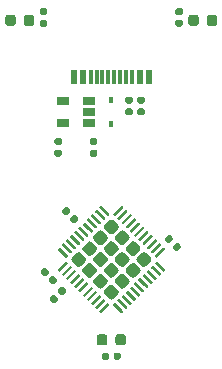
<source format=gbr>
%TF.GenerationSoftware,KiCad,Pcbnew,5.1.6-c6e7f7d~87~ubuntu18.04.1*%
%TF.CreationDate,2020-08-19T11:44:15-04:00*%
%TF.ProjectId,atmegaXu4_breakout,61746d65-6761-4587-9534-5f627265616b,rev?*%
%TF.SameCoordinates,Original*%
%TF.FileFunction,Paste,Top*%
%TF.FilePolarity,Positive*%
%FSLAX46Y46*%
G04 Gerber Fmt 4.6, Leading zero omitted, Abs format (unit mm)*
G04 Created by KiCad (PCBNEW 5.1.6-c6e7f7d~87~ubuntu18.04.1) date 2020-08-19 11:44:15*
%MOMM*%
%LPD*%
G01*
G04 APERTURE LIST*
%ADD10R,1.060000X0.650000*%
%ADD11R,0.450000X0.600000*%
%ADD12R,0.300000X1.160000*%
%ADD13R,0.600000X1.160000*%
G04 APERTURE END LIST*
%TO.C,R6*%
G36*
G01*
X-5312375Y-19143674D02*
X-5556327Y-19387625D01*
G75*
G02*
X-5764923Y-19387625I-104298J104298D01*
G01*
X-5973519Y-19179029D01*
G75*
G02*
X-5973519Y-18970433I104298J104298D01*
G01*
X-5729567Y-18726481D01*
G75*
G02*
X-5520971Y-18726481I104298J-104298D01*
G01*
X-5312375Y-18935077D01*
G75*
G02*
X-5312375Y-19143673I-104298J-104298D01*
G01*
G37*
G36*
G01*
X-4626481Y-19829568D02*
X-4870433Y-20073519D01*
G75*
G02*
X-5079029Y-20073519I-104298J104298D01*
G01*
X-5287625Y-19864923D01*
G75*
G02*
X-5287625Y-19656327I104298J104298D01*
G01*
X-5043673Y-19412375D01*
G75*
G02*
X-4835077Y-19412375I104298J-104298D01*
G01*
X-4626481Y-19620971D01*
G75*
G02*
X-4626481Y-19829567I-104298J-104298D01*
G01*
G37*
%TD*%
%TO.C,C5*%
G36*
G01*
X-4243674Y-20987625D02*
X-4487625Y-20743673D01*
G75*
G02*
X-4487625Y-20535077I104298J104298D01*
G01*
X-4279029Y-20326481D01*
G75*
G02*
X-4070433Y-20326481I104298J-104298D01*
G01*
X-3826481Y-20570433D01*
G75*
G02*
X-3826481Y-20779029I-104298J-104298D01*
G01*
X-4035077Y-20987625D01*
G75*
G02*
X-4243673Y-20987625I-104298J104298D01*
G01*
G37*
G36*
G01*
X-4929568Y-21673519D02*
X-5173519Y-21429567D01*
G75*
G02*
X-5173519Y-21220971I104298J104298D01*
G01*
X-4964923Y-21012375D01*
G75*
G02*
X-4756327Y-21012375I104298J-104298D01*
G01*
X-4512375Y-21256327D01*
G75*
G02*
X-4512375Y-21464923I-104298J-104298D01*
G01*
X-4720971Y-21673519D01*
G75*
G02*
X-4929567Y-21673519I-104298J104298D01*
G01*
G37*
%TD*%
%TO.C,C4*%
G36*
G01*
X5212375Y-16856326D02*
X5456327Y-16612375D01*
G75*
G02*
X5664923Y-16612375I104298J-104298D01*
G01*
X5873519Y-16820971D01*
G75*
G02*
X5873519Y-17029567I-104298J-104298D01*
G01*
X5629567Y-17273519D01*
G75*
G02*
X5420971Y-17273519I-104298J104298D01*
G01*
X5212375Y-17064923D01*
G75*
G02*
X5212375Y-16856327I104298J104298D01*
G01*
G37*
G36*
G01*
X4526481Y-16170432D02*
X4770433Y-15926481D01*
G75*
G02*
X4979029Y-15926481I104298J-104298D01*
G01*
X5187625Y-16135077D01*
G75*
G02*
X5187625Y-16343673I-104298J-104298D01*
G01*
X4943673Y-16587625D01*
G75*
G02*
X4735077Y-16587625I-104298J104298D01*
G01*
X4526481Y-16379029D01*
G75*
G02*
X4526481Y-16170433I104298J104298D01*
G01*
G37*
%TD*%
%TO.C,U1*%
G36*
G01*
X-1016466Y-13536388D02*
X-928078Y-13448000D01*
G75*
G02*
X-839690Y-13448000I44194J-44194D01*
G01*
X-167938Y-14119752D01*
G75*
G02*
X-167938Y-14208140I-44194J-44194D01*
G01*
X-256326Y-14296528D01*
G75*
G02*
X-344714Y-14296528I-44194J44194D01*
G01*
X-1016466Y-13624776D01*
G75*
G02*
X-1016466Y-13536388I44194J44194D01*
G01*
G37*
G36*
G01*
X-1370019Y-13889942D02*
X-1281631Y-13801554D01*
G75*
G02*
X-1193243Y-13801554I44194J-44194D01*
G01*
X-521491Y-14473306D01*
G75*
G02*
X-521491Y-14561694I-44194J-44194D01*
G01*
X-609879Y-14650082D01*
G75*
G02*
X-698267Y-14650082I-44194J44194D01*
G01*
X-1370019Y-13978330D01*
G75*
G02*
X-1370019Y-13889942I44194J44194D01*
G01*
G37*
G36*
G01*
X-1723573Y-14243495D02*
X-1635185Y-14155107D01*
G75*
G02*
X-1546797Y-14155107I44194J-44194D01*
G01*
X-875045Y-14826859D01*
G75*
G02*
X-875045Y-14915247I-44194J-44194D01*
G01*
X-963433Y-15003635D01*
G75*
G02*
X-1051821Y-15003635I-44194J44194D01*
G01*
X-1723573Y-14331883D01*
G75*
G02*
X-1723573Y-14243495I44194J44194D01*
G01*
G37*
G36*
G01*
X-2077126Y-14597048D02*
X-1988738Y-14508660D01*
G75*
G02*
X-1900350Y-14508660I44194J-44194D01*
G01*
X-1228598Y-15180412D01*
G75*
G02*
X-1228598Y-15268800I-44194J-44194D01*
G01*
X-1316986Y-15357188D01*
G75*
G02*
X-1405374Y-15357188I-44194J44194D01*
G01*
X-2077126Y-14685436D01*
G75*
G02*
X-2077126Y-14597048I44194J44194D01*
G01*
G37*
G36*
G01*
X-2430679Y-14950602D02*
X-2342291Y-14862214D01*
G75*
G02*
X-2253903Y-14862214I44194J-44194D01*
G01*
X-1582151Y-15533966D01*
G75*
G02*
X-1582151Y-15622354I-44194J-44194D01*
G01*
X-1670539Y-15710742D01*
G75*
G02*
X-1758927Y-15710742I-44194J44194D01*
G01*
X-2430679Y-15038990D01*
G75*
G02*
X-2430679Y-14950602I44194J44194D01*
G01*
G37*
G36*
G01*
X-2784233Y-15304155D02*
X-2695845Y-15215767D01*
G75*
G02*
X-2607457Y-15215767I44194J-44194D01*
G01*
X-1935705Y-15887519D01*
G75*
G02*
X-1935705Y-15975907I-44194J-44194D01*
G01*
X-2024093Y-16064295D01*
G75*
G02*
X-2112481Y-16064295I-44194J44194D01*
G01*
X-2784233Y-15392543D01*
G75*
G02*
X-2784233Y-15304155I44194J44194D01*
G01*
G37*
G36*
G01*
X-3137786Y-15657709D02*
X-3049398Y-15569321D01*
G75*
G02*
X-2961010Y-15569321I44194J-44194D01*
G01*
X-2289258Y-16241073D01*
G75*
G02*
X-2289258Y-16329461I-44194J-44194D01*
G01*
X-2377646Y-16417849D01*
G75*
G02*
X-2466034Y-16417849I-44194J44194D01*
G01*
X-3137786Y-15746097D01*
G75*
G02*
X-3137786Y-15657709I44194J44194D01*
G01*
G37*
G36*
G01*
X-3491340Y-16011262D02*
X-3402952Y-15922874D01*
G75*
G02*
X-3314564Y-15922874I44194J-44194D01*
G01*
X-2642812Y-16594626D01*
G75*
G02*
X-2642812Y-16683014I-44194J-44194D01*
G01*
X-2731200Y-16771402D01*
G75*
G02*
X-2819588Y-16771402I-44194J44194D01*
G01*
X-3491340Y-16099650D01*
G75*
G02*
X-3491340Y-16011262I44194J44194D01*
G01*
G37*
G36*
G01*
X-3844893Y-16364815D02*
X-3756505Y-16276427D01*
G75*
G02*
X-3668117Y-16276427I44194J-44194D01*
G01*
X-2996365Y-16948179D01*
G75*
G02*
X-2996365Y-17036567I-44194J-44194D01*
G01*
X-3084753Y-17124955D01*
G75*
G02*
X-3173141Y-17124955I-44194J44194D01*
G01*
X-3844893Y-16453203D01*
G75*
G02*
X-3844893Y-16364815I44194J44194D01*
G01*
G37*
G36*
G01*
X-4198446Y-16718369D02*
X-4110058Y-16629981D01*
G75*
G02*
X-4021670Y-16629981I44194J-44194D01*
G01*
X-3349918Y-17301733D01*
G75*
G02*
X-3349918Y-17390121I-44194J-44194D01*
G01*
X-3438306Y-17478509D01*
G75*
G02*
X-3526694Y-17478509I-44194J44194D01*
G01*
X-4198446Y-16806757D01*
G75*
G02*
X-4198446Y-16718369I44194J44194D01*
G01*
G37*
G36*
G01*
X-4552000Y-17071922D02*
X-4463612Y-16983534D01*
G75*
G02*
X-4375224Y-16983534I44194J-44194D01*
G01*
X-3703472Y-17655286D01*
G75*
G02*
X-3703472Y-17743674I-44194J-44194D01*
G01*
X-3791860Y-17832062D01*
G75*
G02*
X-3880248Y-17832062I-44194J44194D01*
G01*
X-4552000Y-17160310D01*
G75*
G02*
X-4552000Y-17071922I44194J44194D01*
G01*
G37*
G36*
G01*
X-4552000Y-18839689D02*
X-3880248Y-18167938D01*
G75*
G02*
X-3791860Y-18167938I44194J-44194D01*
G01*
X-3703472Y-18256326D01*
G75*
G02*
X-3703472Y-18344714I-44194J-44194D01*
G01*
X-4375224Y-19016466D01*
G75*
G02*
X-4463612Y-19016466I-44194J44194D01*
G01*
X-4552000Y-18928078D01*
G75*
G02*
X-4552000Y-18839690I44194J44194D01*
G01*
G37*
G36*
G01*
X-4198446Y-19193242D02*
X-3526694Y-18521491D01*
G75*
G02*
X-3438306Y-18521491I44194J-44194D01*
G01*
X-3349918Y-18609879D01*
G75*
G02*
X-3349918Y-18698267I-44194J-44194D01*
G01*
X-4021670Y-19370019D01*
G75*
G02*
X-4110058Y-19370019I-44194J44194D01*
G01*
X-4198446Y-19281631D01*
G75*
G02*
X-4198446Y-19193243I44194J44194D01*
G01*
G37*
G36*
G01*
X-3844893Y-19546796D02*
X-3173141Y-18875045D01*
G75*
G02*
X-3084753Y-18875045I44194J-44194D01*
G01*
X-2996365Y-18963433D01*
G75*
G02*
X-2996365Y-19051821I-44194J-44194D01*
G01*
X-3668117Y-19723573D01*
G75*
G02*
X-3756505Y-19723573I-44194J44194D01*
G01*
X-3844893Y-19635185D01*
G75*
G02*
X-3844893Y-19546797I44194J44194D01*
G01*
G37*
G36*
G01*
X-3491340Y-19900349D02*
X-2819588Y-19228598D01*
G75*
G02*
X-2731200Y-19228598I44194J-44194D01*
G01*
X-2642812Y-19316986D01*
G75*
G02*
X-2642812Y-19405374I-44194J-44194D01*
G01*
X-3314564Y-20077126D01*
G75*
G02*
X-3402952Y-20077126I-44194J44194D01*
G01*
X-3491340Y-19988738D01*
G75*
G02*
X-3491340Y-19900350I44194J44194D01*
G01*
G37*
G36*
G01*
X-3137786Y-20253902D02*
X-2466034Y-19582151D01*
G75*
G02*
X-2377646Y-19582151I44194J-44194D01*
G01*
X-2289258Y-19670539D01*
G75*
G02*
X-2289258Y-19758927I-44194J-44194D01*
G01*
X-2961010Y-20430679D01*
G75*
G02*
X-3049398Y-20430679I-44194J44194D01*
G01*
X-3137786Y-20342291D01*
G75*
G02*
X-3137786Y-20253903I44194J44194D01*
G01*
G37*
G36*
G01*
X-2784233Y-20607456D02*
X-2112481Y-19935705D01*
G75*
G02*
X-2024093Y-19935705I44194J-44194D01*
G01*
X-1935705Y-20024093D01*
G75*
G02*
X-1935705Y-20112481I-44194J-44194D01*
G01*
X-2607457Y-20784233D01*
G75*
G02*
X-2695845Y-20784233I-44194J44194D01*
G01*
X-2784233Y-20695845D01*
G75*
G02*
X-2784233Y-20607457I44194J44194D01*
G01*
G37*
G36*
G01*
X-2430679Y-20961009D02*
X-1758927Y-20289258D01*
G75*
G02*
X-1670539Y-20289258I44194J-44194D01*
G01*
X-1582151Y-20377646D01*
G75*
G02*
X-1582151Y-20466034I-44194J-44194D01*
G01*
X-2253903Y-21137786D01*
G75*
G02*
X-2342291Y-21137786I-44194J44194D01*
G01*
X-2430679Y-21049398D01*
G75*
G02*
X-2430679Y-20961010I44194J44194D01*
G01*
G37*
G36*
G01*
X-2077126Y-21314563D02*
X-1405374Y-20642812D01*
G75*
G02*
X-1316986Y-20642812I44194J-44194D01*
G01*
X-1228598Y-20731200D01*
G75*
G02*
X-1228598Y-20819588I-44194J-44194D01*
G01*
X-1900350Y-21491340D01*
G75*
G02*
X-1988738Y-21491340I-44194J44194D01*
G01*
X-2077126Y-21402952D01*
G75*
G02*
X-2077126Y-21314564I44194J44194D01*
G01*
G37*
G36*
G01*
X-1723573Y-21668116D02*
X-1051821Y-20996365D01*
G75*
G02*
X-963433Y-20996365I44194J-44194D01*
G01*
X-875045Y-21084753D01*
G75*
G02*
X-875045Y-21173141I-44194J-44194D01*
G01*
X-1546797Y-21844893D01*
G75*
G02*
X-1635185Y-21844893I-44194J44194D01*
G01*
X-1723573Y-21756505D01*
G75*
G02*
X-1723573Y-21668117I44194J44194D01*
G01*
G37*
G36*
G01*
X-1370019Y-22021669D02*
X-698267Y-21349918D01*
G75*
G02*
X-609879Y-21349918I44194J-44194D01*
G01*
X-521491Y-21438306D01*
G75*
G02*
X-521491Y-21526694I-44194J-44194D01*
G01*
X-1193243Y-22198446D01*
G75*
G02*
X-1281631Y-22198446I-44194J44194D01*
G01*
X-1370019Y-22110058D01*
G75*
G02*
X-1370019Y-22021670I44194J44194D01*
G01*
G37*
G36*
G01*
X-1016466Y-22375223D02*
X-344714Y-21703472D01*
G75*
G02*
X-256326Y-21703472I44194J-44194D01*
G01*
X-167938Y-21791860D01*
G75*
G02*
X-167938Y-21880248I-44194J-44194D01*
G01*
X-839690Y-22552000D01*
G75*
G02*
X-928078Y-22552000I-44194J44194D01*
G01*
X-1016466Y-22463612D01*
G75*
G02*
X-1016466Y-22375224I44194J44194D01*
G01*
G37*
G36*
G01*
X167938Y-21791860D02*
X256326Y-21703472D01*
G75*
G02*
X344714Y-21703472I44194J-44194D01*
G01*
X1016466Y-22375224D01*
G75*
G02*
X1016466Y-22463612I-44194J-44194D01*
G01*
X928078Y-22552000D01*
G75*
G02*
X839690Y-22552000I-44194J44194D01*
G01*
X167938Y-21880248D01*
G75*
G02*
X167938Y-21791860I44194J44194D01*
G01*
G37*
G36*
G01*
X521491Y-21438306D02*
X609879Y-21349918D01*
G75*
G02*
X698267Y-21349918I44194J-44194D01*
G01*
X1370019Y-22021670D01*
G75*
G02*
X1370019Y-22110058I-44194J-44194D01*
G01*
X1281631Y-22198446D01*
G75*
G02*
X1193243Y-22198446I-44194J44194D01*
G01*
X521491Y-21526694D01*
G75*
G02*
X521491Y-21438306I44194J44194D01*
G01*
G37*
G36*
G01*
X875045Y-21084753D02*
X963433Y-20996365D01*
G75*
G02*
X1051821Y-20996365I44194J-44194D01*
G01*
X1723573Y-21668117D01*
G75*
G02*
X1723573Y-21756505I-44194J-44194D01*
G01*
X1635185Y-21844893D01*
G75*
G02*
X1546797Y-21844893I-44194J44194D01*
G01*
X875045Y-21173141D01*
G75*
G02*
X875045Y-21084753I44194J44194D01*
G01*
G37*
G36*
G01*
X1228598Y-20731200D02*
X1316986Y-20642812D01*
G75*
G02*
X1405374Y-20642812I44194J-44194D01*
G01*
X2077126Y-21314564D01*
G75*
G02*
X2077126Y-21402952I-44194J-44194D01*
G01*
X1988738Y-21491340D01*
G75*
G02*
X1900350Y-21491340I-44194J44194D01*
G01*
X1228598Y-20819588D01*
G75*
G02*
X1228598Y-20731200I44194J44194D01*
G01*
G37*
G36*
G01*
X1582151Y-20377646D02*
X1670539Y-20289258D01*
G75*
G02*
X1758927Y-20289258I44194J-44194D01*
G01*
X2430679Y-20961010D01*
G75*
G02*
X2430679Y-21049398I-44194J-44194D01*
G01*
X2342291Y-21137786D01*
G75*
G02*
X2253903Y-21137786I-44194J44194D01*
G01*
X1582151Y-20466034D01*
G75*
G02*
X1582151Y-20377646I44194J44194D01*
G01*
G37*
G36*
G01*
X1935705Y-20024093D02*
X2024093Y-19935705D01*
G75*
G02*
X2112481Y-19935705I44194J-44194D01*
G01*
X2784233Y-20607457D01*
G75*
G02*
X2784233Y-20695845I-44194J-44194D01*
G01*
X2695845Y-20784233D01*
G75*
G02*
X2607457Y-20784233I-44194J44194D01*
G01*
X1935705Y-20112481D01*
G75*
G02*
X1935705Y-20024093I44194J44194D01*
G01*
G37*
G36*
G01*
X2289258Y-19670539D02*
X2377646Y-19582151D01*
G75*
G02*
X2466034Y-19582151I44194J-44194D01*
G01*
X3137786Y-20253903D01*
G75*
G02*
X3137786Y-20342291I-44194J-44194D01*
G01*
X3049398Y-20430679D01*
G75*
G02*
X2961010Y-20430679I-44194J44194D01*
G01*
X2289258Y-19758927D01*
G75*
G02*
X2289258Y-19670539I44194J44194D01*
G01*
G37*
G36*
G01*
X2642812Y-19316986D02*
X2731200Y-19228598D01*
G75*
G02*
X2819588Y-19228598I44194J-44194D01*
G01*
X3491340Y-19900350D01*
G75*
G02*
X3491340Y-19988738I-44194J-44194D01*
G01*
X3402952Y-20077126D01*
G75*
G02*
X3314564Y-20077126I-44194J44194D01*
G01*
X2642812Y-19405374D01*
G75*
G02*
X2642812Y-19316986I44194J44194D01*
G01*
G37*
G36*
G01*
X2996365Y-18963433D02*
X3084753Y-18875045D01*
G75*
G02*
X3173141Y-18875045I44194J-44194D01*
G01*
X3844893Y-19546797D01*
G75*
G02*
X3844893Y-19635185I-44194J-44194D01*
G01*
X3756505Y-19723573D01*
G75*
G02*
X3668117Y-19723573I-44194J44194D01*
G01*
X2996365Y-19051821D01*
G75*
G02*
X2996365Y-18963433I44194J44194D01*
G01*
G37*
G36*
G01*
X3349918Y-18609879D02*
X3438306Y-18521491D01*
G75*
G02*
X3526694Y-18521491I44194J-44194D01*
G01*
X4198446Y-19193243D01*
G75*
G02*
X4198446Y-19281631I-44194J-44194D01*
G01*
X4110058Y-19370019D01*
G75*
G02*
X4021670Y-19370019I-44194J44194D01*
G01*
X3349918Y-18698267D01*
G75*
G02*
X3349918Y-18609879I44194J44194D01*
G01*
G37*
G36*
G01*
X3703472Y-18256326D02*
X3791860Y-18167938D01*
G75*
G02*
X3880248Y-18167938I44194J-44194D01*
G01*
X4552000Y-18839690D01*
G75*
G02*
X4552000Y-18928078I-44194J-44194D01*
G01*
X4463612Y-19016466D01*
G75*
G02*
X4375224Y-19016466I-44194J44194D01*
G01*
X3703472Y-18344714D01*
G75*
G02*
X3703472Y-18256326I44194J44194D01*
G01*
G37*
G36*
G01*
X3703472Y-17655285D02*
X4375224Y-16983534D01*
G75*
G02*
X4463612Y-16983534I44194J-44194D01*
G01*
X4552000Y-17071922D01*
G75*
G02*
X4552000Y-17160310I-44194J-44194D01*
G01*
X3880248Y-17832062D01*
G75*
G02*
X3791860Y-17832062I-44194J44194D01*
G01*
X3703472Y-17743674D01*
G75*
G02*
X3703472Y-17655286I44194J44194D01*
G01*
G37*
G36*
G01*
X3349918Y-17301732D02*
X4021670Y-16629981D01*
G75*
G02*
X4110058Y-16629981I44194J-44194D01*
G01*
X4198446Y-16718369D01*
G75*
G02*
X4198446Y-16806757I-44194J-44194D01*
G01*
X3526694Y-17478509D01*
G75*
G02*
X3438306Y-17478509I-44194J44194D01*
G01*
X3349918Y-17390121D01*
G75*
G02*
X3349918Y-17301733I44194J44194D01*
G01*
G37*
G36*
G01*
X2996365Y-16948178D02*
X3668117Y-16276427D01*
G75*
G02*
X3756505Y-16276427I44194J-44194D01*
G01*
X3844893Y-16364815D01*
G75*
G02*
X3844893Y-16453203I-44194J-44194D01*
G01*
X3173141Y-17124955D01*
G75*
G02*
X3084753Y-17124955I-44194J44194D01*
G01*
X2996365Y-17036567D01*
G75*
G02*
X2996365Y-16948179I44194J44194D01*
G01*
G37*
G36*
G01*
X2642812Y-16594625D02*
X3314564Y-15922874D01*
G75*
G02*
X3402952Y-15922874I44194J-44194D01*
G01*
X3491340Y-16011262D01*
G75*
G02*
X3491340Y-16099650I-44194J-44194D01*
G01*
X2819588Y-16771402D01*
G75*
G02*
X2731200Y-16771402I-44194J44194D01*
G01*
X2642812Y-16683014D01*
G75*
G02*
X2642812Y-16594626I44194J44194D01*
G01*
G37*
G36*
G01*
X2289258Y-16241072D02*
X2961010Y-15569321D01*
G75*
G02*
X3049398Y-15569321I44194J-44194D01*
G01*
X3137786Y-15657709D01*
G75*
G02*
X3137786Y-15746097I-44194J-44194D01*
G01*
X2466034Y-16417849D01*
G75*
G02*
X2377646Y-16417849I-44194J44194D01*
G01*
X2289258Y-16329461D01*
G75*
G02*
X2289258Y-16241073I44194J44194D01*
G01*
G37*
G36*
G01*
X1935705Y-15887518D02*
X2607457Y-15215767D01*
G75*
G02*
X2695845Y-15215767I44194J-44194D01*
G01*
X2784233Y-15304155D01*
G75*
G02*
X2784233Y-15392543I-44194J-44194D01*
G01*
X2112481Y-16064295D01*
G75*
G02*
X2024093Y-16064295I-44194J44194D01*
G01*
X1935705Y-15975907D01*
G75*
G02*
X1935705Y-15887519I44194J44194D01*
G01*
G37*
G36*
G01*
X1582151Y-15533965D02*
X2253903Y-14862214D01*
G75*
G02*
X2342291Y-14862214I44194J-44194D01*
G01*
X2430679Y-14950602D01*
G75*
G02*
X2430679Y-15038990I-44194J-44194D01*
G01*
X1758927Y-15710742D01*
G75*
G02*
X1670539Y-15710742I-44194J44194D01*
G01*
X1582151Y-15622354D01*
G75*
G02*
X1582151Y-15533966I44194J44194D01*
G01*
G37*
G36*
G01*
X1228598Y-15180411D02*
X1900350Y-14508660D01*
G75*
G02*
X1988738Y-14508660I44194J-44194D01*
G01*
X2077126Y-14597048D01*
G75*
G02*
X2077126Y-14685436I-44194J-44194D01*
G01*
X1405374Y-15357188D01*
G75*
G02*
X1316986Y-15357188I-44194J44194D01*
G01*
X1228598Y-15268800D01*
G75*
G02*
X1228598Y-15180412I44194J44194D01*
G01*
G37*
G36*
G01*
X875045Y-14826858D02*
X1546797Y-14155107D01*
G75*
G02*
X1635185Y-14155107I44194J-44194D01*
G01*
X1723573Y-14243495D01*
G75*
G02*
X1723573Y-14331883I-44194J-44194D01*
G01*
X1051821Y-15003635D01*
G75*
G02*
X963433Y-15003635I-44194J44194D01*
G01*
X875045Y-14915247D01*
G75*
G02*
X875045Y-14826859I44194J44194D01*
G01*
G37*
G36*
G01*
X521491Y-14473305D02*
X1193243Y-13801554D01*
G75*
G02*
X1281631Y-13801554I44194J-44194D01*
G01*
X1370019Y-13889942D01*
G75*
G02*
X1370019Y-13978330I-44194J-44194D01*
G01*
X698267Y-14650082D01*
G75*
G02*
X609879Y-14650082I-44194J44194D01*
G01*
X521491Y-14561694D01*
G75*
G02*
X521491Y-14473306I44194J44194D01*
G01*
G37*
G36*
G01*
X167938Y-14119751D02*
X839690Y-13448000D01*
G75*
G02*
X928078Y-13448000I44194J-44194D01*
G01*
X1016466Y-13536388D01*
G75*
G02*
X1016466Y-13624776I-44194J-44194D01*
G01*
X344714Y-14296528D01*
G75*
G02*
X256326Y-14296528I-44194J44194D01*
G01*
X167938Y-14208140D01*
G75*
G02*
X167938Y-14119752I44194J44194D01*
G01*
G37*
G36*
G01*
X-565686Y-15065508D02*
X-176776Y-14676598D01*
G75*
G02*
X176776Y-14676598I176776J-176776D01*
G01*
X565686Y-15065508D01*
G75*
G02*
X565686Y-15419060I-176776J-176776D01*
G01*
X176776Y-15807970D01*
G75*
G02*
X-176776Y-15807970I-176776J176776D01*
G01*
X-565686Y-15419060D01*
G75*
G02*
X-565686Y-15065508I176776J176776D01*
G01*
G37*
G36*
G01*
X-1484925Y-15984746D02*
X-1096015Y-15595836D01*
G75*
G02*
X-742463Y-15595836I176776J-176776D01*
G01*
X-353553Y-15984746D01*
G75*
G02*
X-353553Y-16338298I-176776J-176776D01*
G01*
X-742463Y-16727208D01*
G75*
G02*
X-1096015Y-16727208I-176776J176776D01*
G01*
X-1484925Y-16338298D01*
G75*
G02*
X-1484925Y-15984746I176776J176776D01*
G01*
G37*
G36*
G01*
X-2404164Y-16903985D02*
X-2015254Y-16515075D01*
G75*
G02*
X-1661702Y-16515075I176776J-176776D01*
G01*
X-1272792Y-16903985D01*
G75*
G02*
X-1272792Y-17257537I-176776J-176776D01*
G01*
X-1661702Y-17646447D01*
G75*
G02*
X-2015254Y-17646447I-176776J176776D01*
G01*
X-2404164Y-17257537D01*
G75*
G02*
X-2404164Y-16903985I176776J176776D01*
G01*
G37*
G36*
G01*
X-3323402Y-17823224D02*
X-2934492Y-17434314D01*
G75*
G02*
X-2580940Y-17434314I176776J-176776D01*
G01*
X-2192030Y-17823224D01*
G75*
G02*
X-2192030Y-18176776I-176776J-176776D01*
G01*
X-2580940Y-18565686D01*
G75*
G02*
X-2934492Y-18565686I-176776J176776D01*
G01*
X-3323402Y-18176776D01*
G75*
G02*
X-3323402Y-17823224I176776J176776D01*
G01*
G37*
G36*
G01*
X353553Y-15984746D02*
X742463Y-15595836D01*
G75*
G02*
X1096015Y-15595836I176776J-176776D01*
G01*
X1484925Y-15984746D01*
G75*
G02*
X1484925Y-16338298I-176776J-176776D01*
G01*
X1096015Y-16727208D01*
G75*
G02*
X742463Y-16727208I-176776J176776D01*
G01*
X353553Y-16338298D01*
G75*
G02*
X353553Y-15984746I176776J176776D01*
G01*
G37*
G36*
G01*
X-565686Y-16903985D02*
X-176776Y-16515075D01*
G75*
G02*
X176776Y-16515075I176776J-176776D01*
G01*
X565686Y-16903985D01*
G75*
G02*
X565686Y-17257537I-176776J-176776D01*
G01*
X176776Y-17646447D01*
G75*
G02*
X-176776Y-17646447I-176776J176776D01*
G01*
X-565686Y-17257537D01*
G75*
G02*
X-565686Y-16903985I176776J176776D01*
G01*
G37*
G36*
G01*
X-1484925Y-17823224D02*
X-1096015Y-17434314D01*
G75*
G02*
X-742463Y-17434314I176776J-176776D01*
G01*
X-353553Y-17823224D01*
G75*
G02*
X-353553Y-18176776I-176776J-176776D01*
G01*
X-742463Y-18565686D01*
G75*
G02*
X-1096015Y-18565686I-176776J176776D01*
G01*
X-1484925Y-18176776D01*
G75*
G02*
X-1484925Y-17823224I176776J176776D01*
G01*
G37*
G36*
G01*
X-2404164Y-18742463D02*
X-2015254Y-18353553D01*
G75*
G02*
X-1661702Y-18353553I176776J-176776D01*
G01*
X-1272792Y-18742463D01*
G75*
G02*
X-1272792Y-19096015I-176776J-176776D01*
G01*
X-1661702Y-19484925D01*
G75*
G02*
X-2015254Y-19484925I-176776J176776D01*
G01*
X-2404164Y-19096015D01*
G75*
G02*
X-2404164Y-18742463I176776J176776D01*
G01*
G37*
G36*
G01*
X1272792Y-16903985D02*
X1661702Y-16515075D01*
G75*
G02*
X2015254Y-16515075I176776J-176776D01*
G01*
X2404164Y-16903985D01*
G75*
G02*
X2404164Y-17257537I-176776J-176776D01*
G01*
X2015254Y-17646447D01*
G75*
G02*
X1661702Y-17646447I-176776J176776D01*
G01*
X1272792Y-17257537D01*
G75*
G02*
X1272792Y-16903985I176776J176776D01*
G01*
G37*
G36*
G01*
X353553Y-17823224D02*
X742463Y-17434314D01*
G75*
G02*
X1096015Y-17434314I176776J-176776D01*
G01*
X1484925Y-17823224D01*
G75*
G02*
X1484925Y-18176776I-176776J-176776D01*
G01*
X1096015Y-18565686D01*
G75*
G02*
X742463Y-18565686I-176776J176776D01*
G01*
X353553Y-18176776D01*
G75*
G02*
X353553Y-17823224I176776J176776D01*
G01*
G37*
G36*
G01*
X-565686Y-18742463D02*
X-176776Y-18353553D01*
G75*
G02*
X176776Y-18353553I176776J-176776D01*
G01*
X565686Y-18742463D01*
G75*
G02*
X565686Y-19096015I-176776J-176776D01*
G01*
X176776Y-19484925D01*
G75*
G02*
X-176776Y-19484925I-176776J176776D01*
G01*
X-565686Y-19096015D01*
G75*
G02*
X-565686Y-18742463I176776J176776D01*
G01*
G37*
G36*
G01*
X-1484925Y-19661702D02*
X-1096015Y-19272792D01*
G75*
G02*
X-742463Y-19272792I176776J-176776D01*
G01*
X-353553Y-19661702D01*
G75*
G02*
X-353553Y-20015254I-176776J-176776D01*
G01*
X-742463Y-20404164D01*
G75*
G02*
X-1096015Y-20404164I-176776J176776D01*
G01*
X-1484925Y-20015254D01*
G75*
G02*
X-1484925Y-19661702I176776J176776D01*
G01*
G37*
G36*
G01*
X2192030Y-17823224D02*
X2580940Y-17434314D01*
G75*
G02*
X2934492Y-17434314I176776J-176776D01*
G01*
X3323402Y-17823224D01*
G75*
G02*
X3323402Y-18176776I-176776J-176776D01*
G01*
X2934492Y-18565686D01*
G75*
G02*
X2580940Y-18565686I-176776J176776D01*
G01*
X2192030Y-18176776D01*
G75*
G02*
X2192030Y-17823224I176776J176776D01*
G01*
G37*
G36*
G01*
X1272792Y-18742463D02*
X1661702Y-18353553D01*
G75*
G02*
X2015254Y-18353553I176776J-176776D01*
G01*
X2404164Y-18742463D01*
G75*
G02*
X2404164Y-19096015I-176776J-176776D01*
G01*
X2015254Y-19484925D01*
G75*
G02*
X1661702Y-19484925I-176776J176776D01*
G01*
X1272792Y-19096015D01*
G75*
G02*
X1272792Y-18742463I176776J176776D01*
G01*
G37*
G36*
G01*
X353553Y-19661702D02*
X742463Y-19272792D01*
G75*
G02*
X1096015Y-19272792I176776J-176776D01*
G01*
X1484925Y-19661702D01*
G75*
G02*
X1484925Y-20015254I-176776J-176776D01*
G01*
X1096015Y-20404164D01*
G75*
G02*
X742463Y-20404164I-176776J176776D01*
G01*
X353553Y-20015254D01*
G75*
G02*
X353553Y-19661702I176776J176776D01*
G01*
G37*
G36*
G01*
X-565686Y-20580940D02*
X-176776Y-20192030D01*
G75*
G02*
X176776Y-20192030I176776J-176776D01*
G01*
X565686Y-20580940D01*
G75*
G02*
X565686Y-20934492I-176776J-176776D01*
G01*
X176776Y-21323402D01*
G75*
G02*
X-176776Y-21323402I-176776J176776D01*
G01*
X-565686Y-20934492D01*
G75*
G02*
X-565686Y-20580940I176776J176776D01*
G01*
G37*
%TD*%
%TO.C,R5*%
G36*
G01*
X-190000Y-26027500D02*
X-190000Y-26372500D01*
G75*
G02*
X-337500Y-26520000I-147500J0D01*
G01*
X-632500Y-26520000D01*
G75*
G02*
X-780000Y-26372500I0J147500D01*
G01*
X-780000Y-26027500D01*
G75*
G02*
X-632500Y-25880000I147500J0D01*
G01*
X-337500Y-25880000D01*
G75*
G02*
X-190000Y-26027500I0J-147500D01*
G01*
G37*
G36*
G01*
X780000Y-26027500D02*
X780000Y-26372500D01*
G75*
G02*
X632500Y-26520000I-147500J0D01*
G01*
X337500Y-26520000D01*
G75*
G02*
X190000Y-26372500I0J147500D01*
G01*
X190000Y-26027500D01*
G75*
G02*
X337500Y-25880000I147500J0D01*
G01*
X632500Y-25880000D01*
G75*
G02*
X780000Y-26027500I0J-147500D01*
G01*
G37*
%TD*%
%TO.C,R4*%
G36*
G01*
X-5577500Y2690000D02*
X-5922500Y2690000D01*
G75*
G02*
X-6070000Y2837500I0J147500D01*
G01*
X-6070000Y3132500D01*
G75*
G02*
X-5922500Y3280000I147500J0D01*
G01*
X-5577500Y3280000D01*
G75*
G02*
X-5430000Y3132500I0J-147500D01*
G01*
X-5430000Y2837500D01*
G75*
G02*
X-5577500Y2690000I-147500J0D01*
G01*
G37*
G36*
G01*
X-5577500Y1720000D02*
X-5922500Y1720000D01*
G75*
G02*
X-6070000Y1867500I0J147500D01*
G01*
X-6070000Y2162500D01*
G75*
G02*
X-5922500Y2310000I147500J0D01*
G01*
X-5577500Y2310000D01*
G75*
G02*
X-5430000Y2162500I0J-147500D01*
G01*
X-5430000Y1867500D01*
G75*
G02*
X-5577500Y1720000I-147500J0D01*
G01*
G37*
%TD*%
%TO.C,R3*%
G36*
G01*
X5922500Y2690000D02*
X5577500Y2690000D01*
G75*
G02*
X5430000Y2837500I0J147500D01*
G01*
X5430000Y3132500D01*
G75*
G02*
X5577500Y3280000I147500J0D01*
G01*
X5922500Y3280000D01*
G75*
G02*
X6070000Y3132500I0J-147500D01*
G01*
X6070000Y2837500D01*
G75*
G02*
X5922500Y2690000I-147500J0D01*
G01*
G37*
G36*
G01*
X5922500Y1720000D02*
X5577500Y1720000D01*
G75*
G02*
X5430000Y1867500I0J147500D01*
G01*
X5430000Y2162500D01*
G75*
G02*
X5577500Y2310000I147500J0D01*
G01*
X5922500Y2310000D01*
G75*
G02*
X6070000Y2162500I0J-147500D01*
G01*
X6070000Y1867500D01*
G75*
G02*
X5922500Y1720000I-147500J0D01*
G01*
G37*
%TD*%
%TO.C,D4*%
G36*
G01*
X350000Y-25056250D02*
X350000Y-24543750D01*
G75*
G02*
X568750Y-24325000I218750J0D01*
G01*
X1006250Y-24325000D01*
G75*
G02*
X1225000Y-24543750I0J-218750D01*
G01*
X1225000Y-25056250D01*
G75*
G02*
X1006250Y-25275000I-218750J0D01*
G01*
X568750Y-25275000D01*
G75*
G02*
X350000Y-25056250I0J218750D01*
G01*
G37*
G36*
G01*
X-1225000Y-25056250D02*
X-1225000Y-24543750D01*
G75*
G02*
X-1006250Y-24325000I218750J0D01*
G01*
X-568750Y-24325000D01*
G75*
G02*
X-350000Y-24543750I0J-218750D01*
G01*
X-350000Y-25056250D01*
G75*
G02*
X-568750Y-25275000I-218750J0D01*
G01*
X-1006250Y-25275000D01*
G75*
G02*
X-1225000Y-25056250I0J218750D01*
G01*
G37*
%TD*%
%TO.C,D3*%
G36*
G01*
X-8100000Y2506250D02*
X-8100000Y1993750D01*
G75*
G02*
X-8318750Y1775000I-218750J0D01*
G01*
X-8756250Y1775000D01*
G75*
G02*
X-8975000Y1993750I0J218750D01*
G01*
X-8975000Y2506250D01*
G75*
G02*
X-8756250Y2725000I218750J0D01*
G01*
X-8318750Y2725000D01*
G75*
G02*
X-8100000Y2506250I0J-218750D01*
G01*
G37*
G36*
G01*
X-6525000Y2506250D02*
X-6525000Y1993750D01*
G75*
G02*
X-6743750Y1775000I-218750J0D01*
G01*
X-7181250Y1775000D01*
G75*
G02*
X-7400000Y1993750I0J218750D01*
G01*
X-7400000Y2506250D01*
G75*
G02*
X-7181250Y2725000I218750J0D01*
G01*
X-6743750Y2725000D01*
G75*
G02*
X-6525000Y2506250I0J-218750D01*
G01*
G37*
%TD*%
%TO.C,D2*%
G36*
G01*
X6525000Y1993750D02*
X6525000Y2506250D01*
G75*
G02*
X6743750Y2725000I218750J0D01*
G01*
X7181250Y2725000D01*
G75*
G02*
X7400000Y2506250I0J-218750D01*
G01*
X7400000Y1993750D01*
G75*
G02*
X7181250Y1775000I-218750J0D01*
G01*
X6743750Y1775000D01*
G75*
G02*
X6525000Y1993750I0J218750D01*
G01*
G37*
G36*
G01*
X8100000Y1993750D02*
X8100000Y2506250D01*
G75*
G02*
X8318750Y2725000I218750J0D01*
G01*
X8756250Y2725000D01*
G75*
G02*
X8975000Y2506250I0J-218750D01*
G01*
X8975000Y1993750D01*
G75*
G02*
X8756250Y1775000I-218750J0D01*
G01*
X8318750Y1775000D01*
G75*
G02*
X8100000Y1993750I0J218750D01*
G01*
G37*
%TD*%
D10*
%TO.C,U2*%
X-4100000Y-6450000D03*
X-4100000Y-4550000D03*
X-1900000Y-4550000D03*
X-1900000Y-5500000D03*
X-1900000Y-6450000D03*
%TD*%
D11*
%TO.C,D1*%
X0Y-4450000D03*
X0Y-6550000D03*
%TD*%
%TO.C,C3*%
G36*
G01*
X-4327500Y-8310000D02*
X-4672500Y-8310000D01*
G75*
G02*
X-4820000Y-8162500I0J147500D01*
G01*
X-4820000Y-7867500D01*
G75*
G02*
X-4672500Y-7720000I147500J0D01*
G01*
X-4327500Y-7720000D01*
G75*
G02*
X-4180000Y-7867500I0J-147500D01*
G01*
X-4180000Y-8162500D01*
G75*
G02*
X-4327500Y-8310000I-147500J0D01*
G01*
G37*
G36*
G01*
X-4327500Y-9280000D02*
X-4672500Y-9280000D01*
G75*
G02*
X-4820000Y-9132500I0J147500D01*
G01*
X-4820000Y-8837500D01*
G75*
G02*
X-4672500Y-8690000I147500J0D01*
G01*
X-4327500Y-8690000D01*
G75*
G02*
X-4180000Y-8837500I0J-147500D01*
G01*
X-4180000Y-9132500D01*
G75*
G02*
X-4327500Y-9280000I-147500J0D01*
G01*
G37*
%TD*%
%TO.C,C1*%
G36*
G01*
X-1327500Y-8310000D02*
X-1672500Y-8310000D01*
G75*
G02*
X-1820000Y-8162500I0J147500D01*
G01*
X-1820000Y-7867500D01*
G75*
G02*
X-1672500Y-7720000I147500J0D01*
G01*
X-1327500Y-7720000D01*
G75*
G02*
X-1180000Y-7867500I0J-147500D01*
G01*
X-1180000Y-8162500D01*
G75*
G02*
X-1327500Y-8310000I-147500J0D01*
G01*
G37*
G36*
G01*
X-1327500Y-9280000D02*
X-1672500Y-9280000D01*
G75*
G02*
X-1820000Y-9132500I0J147500D01*
G01*
X-1820000Y-8837500D01*
G75*
G02*
X-1672500Y-8690000I147500J0D01*
G01*
X-1327500Y-8690000D01*
G75*
G02*
X-1180000Y-8837500I0J-147500D01*
G01*
X-1180000Y-9132500D01*
G75*
G02*
X-1327500Y-9280000I-147500J0D01*
G01*
G37*
%TD*%
%TO.C,R2*%
G36*
G01*
X1672500Y-4810000D02*
X1327500Y-4810000D01*
G75*
G02*
X1180000Y-4662500I0J147500D01*
G01*
X1180000Y-4367500D01*
G75*
G02*
X1327500Y-4220000I147500J0D01*
G01*
X1672500Y-4220000D01*
G75*
G02*
X1820000Y-4367500I0J-147500D01*
G01*
X1820000Y-4662500D01*
G75*
G02*
X1672500Y-4810000I-147500J0D01*
G01*
G37*
G36*
G01*
X1672500Y-5780000D02*
X1327500Y-5780000D01*
G75*
G02*
X1180000Y-5632500I0J147500D01*
G01*
X1180000Y-5337500D01*
G75*
G02*
X1327500Y-5190000I147500J0D01*
G01*
X1672500Y-5190000D01*
G75*
G02*
X1820000Y-5337500I0J-147500D01*
G01*
X1820000Y-5632500D01*
G75*
G02*
X1672500Y-5780000I-147500J0D01*
G01*
G37*
%TD*%
%TO.C,R1*%
G36*
G01*
X2672500Y-4810000D02*
X2327500Y-4810000D01*
G75*
G02*
X2180000Y-4662500I0J147500D01*
G01*
X2180000Y-4367500D01*
G75*
G02*
X2327500Y-4220000I147500J0D01*
G01*
X2672500Y-4220000D01*
G75*
G02*
X2820000Y-4367500I0J-147500D01*
G01*
X2820000Y-4662500D01*
G75*
G02*
X2672500Y-4810000I-147500J0D01*
G01*
G37*
G36*
G01*
X2672500Y-5780000D02*
X2327500Y-5780000D01*
G75*
G02*
X2180000Y-5632500I0J147500D01*
G01*
X2180000Y-5337500D01*
G75*
G02*
X2327500Y-5190000I147500J0D01*
G01*
X2672500Y-5190000D01*
G75*
G02*
X2820000Y-5337500I0J-147500D01*
G01*
X2820000Y-5632500D01*
G75*
G02*
X2672500Y-5780000I-147500J0D01*
G01*
G37*
%TD*%
%TO.C,C2*%
G36*
G01*
X-3487625Y-14506326D02*
X-3243673Y-14262375D01*
G75*
G02*
X-3035077Y-14262375I104298J-104298D01*
G01*
X-2826481Y-14470971D01*
G75*
G02*
X-2826481Y-14679567I-104298J-104298D01*
G01*
X-3070433Y-14923519D01*
G75*
G02*
X-3279029Y-14923519I-104298J104298D01*
G01*
X-3487625Y-14714923D01*
G75*
G02*
X-3487625Y-14506327I104298J104298D01*
G01*
G37*
G36*
G01*
X-4173519Y-13820432D02*
X-3929567Y-13576481D01*
G75*
G02*
X-3720971Y-13576481I104298J-104298D01*
G01*
X-3512375Y-13785077D01*
G75*
G02*
X-3512375Y-13993673I-104298J-104298D01*
G01*
X-3756327Y-14237625D01*
G75*
G02*
X-3964923Y-14237625I-104298J104298D01*
G01*
X-4173519Y-14029029D01*
G75*
G02*
X-4173519Y-13820433I104298J104298D01*
G01*
G37*
%TD*%
D12*
%TO.C,J1*%
X750000Y-2510000D03*
X250000Y-2510000D03*
X-250000Y-2510000D03*
X1750000Y-2510000D03*
X1250000Y-2510000D03*
X-1250000Y-2510000D03*
X-750000Y-2510000D03*
X-1750000Y-2510000D03*
D13*
X2400000Y-2510000D03*
X2400000Y-2510000D03*
X3200000Y-2510000D03*
X3200000Y-2510000D03*
X-2400000Y-2510000D03*
X-3200000Y-2510000D03*
X-2400000Y-2510000D03*
X-3200000Y-2510000D03*
%TD*%
M02*

</source>
